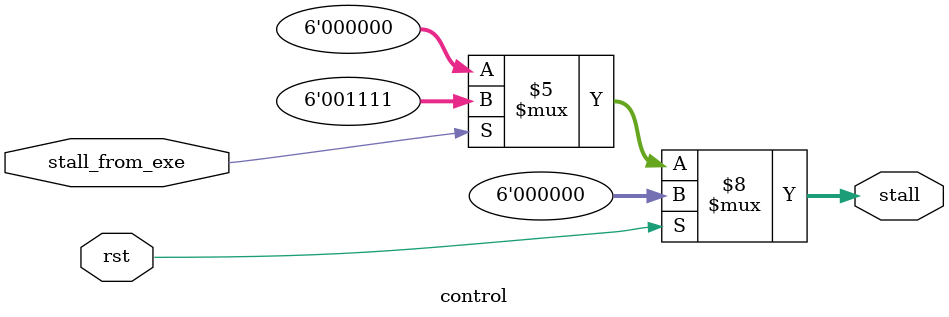
<source format=v>
module control(
	input wire rst,
	input wire stall_from_exe,//stall request from EXE
	
	/*stall[0] pc stall
	stall[1] IF stall
	stall[2] ID stall
	stall[3] EXE stall
	stall[4] MEM stall
	stall[5] WB stall*/
	output reg [5:0] stall
);
	always @(*) begin
		if(rst == 1'b1) begin
			stall <= 6'b0;
		end else if(stall_from_exe == 1'b1) begin
			stall <= 6'b001111;
		end else begin
			stall <= 6'b0;
		end
	end
endmodule
</source>
